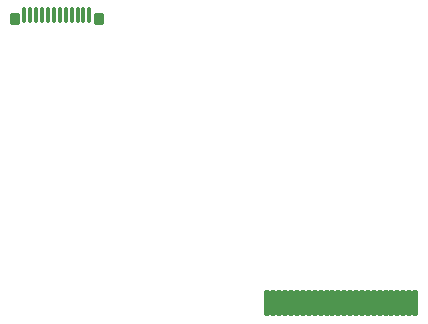
<source format=gts>
G04 #@! TF.GenerationSoftware,KiCad,Pcbnew,9.0.1*
G04 #@! TF.CreationDate,2025-05-24T21:42:48+02:00*
G04 #@! TF.ProjectId,spiral flex,73706972-616c-4206-966c-65782e6b6963,rev?*
G04 #@! TF.SameCoordinates,Original*
G04 #@! TF.FileFunction,Soldermask,Top*
G04 #@! TF.FilePolarity,Negative*
%FSLAX46Y46*%
G04 Gerber Fmt 4.6, Leading zero omitted, Abs format (unit mm)*
G04 Created by KiCad (PCBNEW 9.0.1) date 2025-05-24 21:42:48*
%MOMM*%
%LPD*%
G01*
G04 APERTURE LIST*
G04 Aperture macros list*
%AMRoundRect*
0 Rectangle with rounded corners*
0 $1 Rounding radius*
0 $2 $3 $4 $5 $6 $7 $8 $9 X,Y pos of 4 corners*
0 Add a 4 corners polygon primitive as box body*
4,1,4,$2,$3,$4,$5,$6,$7,$8,$9,$2,$3,0*
0 Add four circle primitives for the rounded corners*
1,1,$1+$1,$2,$3*
1,1,$1+$1,$4,$5*
1,1,$1+$1,$6,$7*
1,1,$1+$1,$8,$9*
0 Add four rect primitives between the rounded corners*
20,1,$1+$1,$2,$3,$4,$5,0*
20,1,$1+$1,$4,$5,$6,$7,0*
20,1,$1+$1,$6,$7,$8,$9,0*
20,1,$1+$1,$8,$9,$2,$3,0*%
G04 Aperture macros list end*
%ADD10RoundRect,0.102000X-0.150000X-1.000000X0.150000X-1.000000X0.150000X1.000000X-0.150000X1.000000X0*%
%ADD11RoundRect,0.120000X0.280000X0.415000X-0.280000X0.415000X-0.280000X-0.415000X0.280000X-0.415000X0*%
%ADD12RoundRect,0.120000X-0.280000X-0.415000X0.280000X-0.415000X0.280000X0.415000X-0.280000X0.415000X0*%
%ADD13RoundRect,0.050000X0.115000X0.625000X-0.115000X0.625000X-0.115000X-0.625000X0.115000X-0.625000X0*%
G04 APERTURE END LIST*
D10*
X136270000Y-95527768D03*
X136770000Y-95527768D03*
X137270000Y-95527768D03*
X137770000Y-95527768D03*
X138270000Y-95527768D03*
X138770000Y-95527768D03*
X139270000Y-95527768D03*
X139770000Y-95527768D03*
X140270000Y-95527768D03*
X140770000Y-95527768D03*
X141270000Y-95527768D03*
X141770000Y-95527768D03*
X142270000Y-95527768D03*
X142770000Y-95527768D03*
X143270000Y-95527768D03*
X143770000Y-95527768D03*
X144270000Y-95527768D03*
X144770000Y-95527768D03*
X145270000Y-95527768D03*
X145770000Y-95527768D03*
X146270000Y-95527768D03*
X146770000Y-95527768D03*
X147270000Y-95527768D03*
X147770000Y-95527768D03*
X148270000Y-95527768D03*
X148770000Y-95527768D03*
D11*
X114890000Y-71460000D03*
D12*
X121990000Y-71460000D03*
D13*
X115690000Y-71150000D03*
X116190000Y-71150000D03*
X116690000Y-71150000D03*
X117190000Y-71150000D03*
X117690000Y-71150000D03*
X118190000Y-71150000D03*
X118690000Y-71150000D03*
X119190000Y-71150000D03*
X119690000Y-71150000D03*
X120190000Y-71150000D03*
X120690000Y-71150000D03*
X121190000Y-71150000D03*
M02*

</source>
